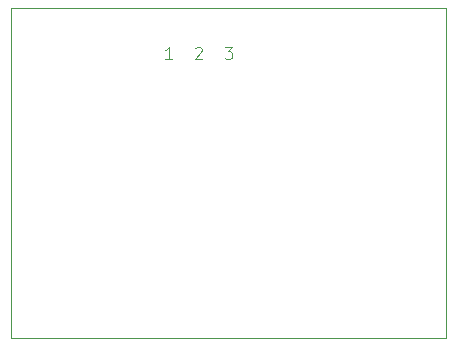
<source format=gm1>
G04 #@! TF.GenerationSoftware,KiCad,Pcbnew,(5.1.4)-1*
G04 #@! TF.CreationDate,2019-09-01T07:16:19-07:00*
G04 #@! TF.ProjectId,lm7805,6c6d3738-3035-42e6-9b69-6361645f7063,rev?*
G04 #@! TF.SameCoordinates,Original*
G04 #@! TF.FileFunction,Profile,NP*
%FSLAX46Y46*%
G04 Gerber Fmt 4.6, Leading zero omitted, Abs format (unit mm)*
G04 Created by KiCad (PCBNEW (5.1.4)-1) date 2019-09-01 07:16:19*
%MOMM*%
%LPD*%
G04 APERTURE LIST*
%ADD10C,0.050000*%
G04 APERTURE END LIST*
D10*
X41910000Y-69850000D02*
X41910000Y-41910000D01*
X78740000Y-69850000D02*
X41910000Y-69850000D01*
X78740000Y-41910000D02*
X78740000Y-69850000D01*
X77470000Y-41910000D02*
X78740000Y-41910000D01*
X41910000Y-41910000D02*
X77470000Y-41910000D01*
X55524644Y-46172380D02*
X54953215Y-46172380D01*
X55238930Y-46172380D02*
X55238930Y-45172380D01*
X55143691Y-45315238D01*
X55048453Y-45410476D01*
X54953215Y-45458095D01*
X57498292Y-45267619D02*
X57545911Y-45220000D01*
X57641149Y-45172380D01*
X57879245Y-45172380D01*
X57974483Y-45220000D01*
X58022102Y-45267619D01*
X58069721Y-45362857D01*
X58069721Y-45458095D01*
X58022102Y-45600952D01*
X57450673Y-46172380D01*
X58069721Y-46172380D01*
X59992086Y-45172380D02*
X60611134Y-45172380D01*
X60277800Y-45553333D01*
X60420658Y-45553333D01*
X60515896Y-45600952D01*
X60563515Y-45648571D01*
X60611134Y-45743809D01*
X60611134Y-45981904D01*
X60563515Y-46077142D01*
X60515896Y-46124761D01*
X60420658Y-46172380D01*
X60134943Y-46172380D01*
X60039705Y-46124761D01*
X59992086Y-46077142D01*
M02*

</source>
